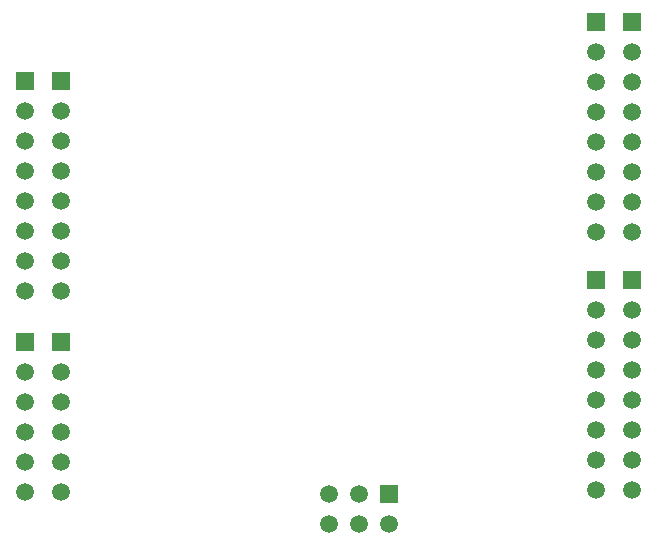
<source format=gbl>
G04 CAM350/DFMSTREAM V11.0 (Build 715) Date:  Thu Jan 31 17:35:08 2019 *
G04 Database: (Untitled) *
G04 Layer 3: pcb3-1 *
%FSTAX43Y43*%
%MOMM*%
%SFA1.000B1.000*%

%MIA0B0*%
%IPPOS*%
%ADD12R,1.50000X1.50000*%
%ADD13C,1.50000*%
%LNpcb3-1*%
%LPD*%
G54D12*
X0135811Y0062403D03*
X0087401Y0057107D03*
Y0079201D03*
X0135811Y0084247D03*
X0084353Y0079201D03*
X0132763Y0084247D03*
X0084353Y0057107D03*
X0132763Y0062403D03*
X0115249Y0044249D03*
G54D13*
X0135811Y0059863D03*
Y0057323D03*
Y0054783D03*
Y0052243D03*
Y0049703D03*
Y0047163D03*
Y0044623D03*
X0087401Y0054567D03*
Y0052027D03*
Y0049487D03*
Y0046947D03*
Y0044407D03*
Y0076661D03*
Y0074121D03*
Y0071581D03*
Y0069041D03*
Y0066501D03*
Y0063961D03*
Y0061421D03*
X0135811Y0081707D03*
Y0079167D03*
Y0076627D03*
Y0074087D03*
Y0071547D03*
Y0069007D03*
Y0066467D03*
X0084353Y0076661D03*
Y0074121D03*
Y0071581D03*
Y0069041D03*
Y0066501D03*
Y0063961D03*
Y0061421D03*
X0132763Y0081707D03*
Y0079167D03*
Y0076627D03*
Y0074087D03*
Y0071547D03*
Y0069007D03*
Y0066467D03*
X0084353Y0054567D03*
Y0052027D03*
Y0049487D03*
Y0046947D03*
Y0044407D03*
X0132763Y0059863D03*
Y0057323D03*
Y0054783D03*
Y0052243D03*
Y0049703D03*
Y0047163D03*
Y0044623D03*
X0115249Y0041709D03*
X0112709Y0044249D03*
Y0041709D03*
X0110169Y0044249D03*
Y0041709D03*
M02*

</source>
